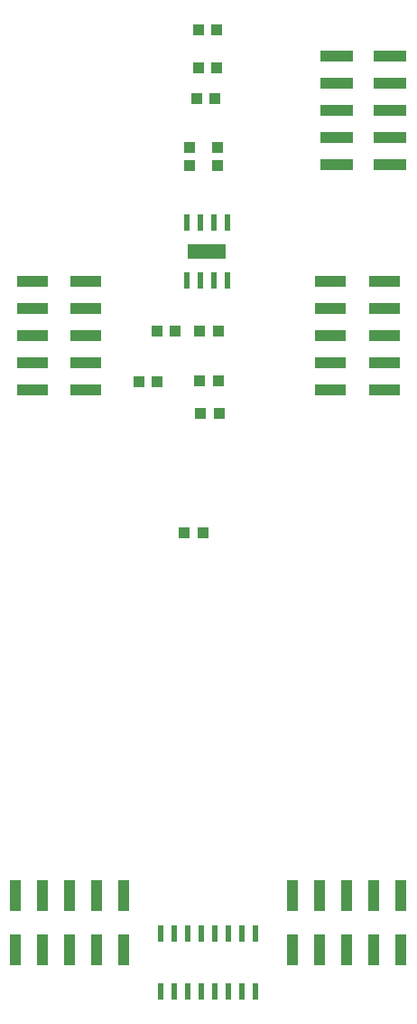
<source format=gbp>
G04 #@! TF.GenerationSoftware,KiCad,Pcbnew,7.0.8*
G04 #@! TF.CreationDate,2024-09-22T18:55:50-04:00*
G04 #@! TF.ProjectId,lichen-four-board,6c696368-656e-42d6-966f-75722d626f61,rev?*
G04 #@! TF.SameCoordinates,Original*
G04 #@! TF.FileFunction,Paste,Bot*
G04 #@! TF.FilePolarity,Positive*
%FSLAX46Y46*%
G04 Gerber Fmt 4.6, Leading zero omitted, Abs format (unit mm)*
G04 Created by KiCad (PCBNEW 7.0.8) date 2024-09-22 18:55:50*
%MOMM*%
%LPD*%
G01*
G04 APERTURE LIST*
%ADD10R,3.000000X1.000000*%
%ADD11R,1.000000X3.000000*%
%ADD12R,1.000000X1.000000*%
%ADD13R,0.600000X1.500000*%
%ADD14R,0.600000X1.550000*%
%ADD15R,3.600000X1.410000*%
%ADD16R,3.150000X1.000000*%
G04 APERTURE END LIST*
D10*
X113810000Y-135800000D03*
X113810000Y-138340000D03*
X113810000Y-140880000D03*
X113810000Y-143420000D03*
X113810000Y-145960000D03*
X118850000Y-145960000D03*
X118850000Y-143420000D03*
X118850000Y-140880000D03*
X118850000Y-138340000D03*
X118850000Y-135800000D03*
D11*
X112220000Y-198370000D03*
X114760000Y-198370000D03*
X117300000Y-198370000D03*
X119840000Y-198370000D03*
X122380000Y-198370000D03*
X122380000Y-193330000D03*
X119840000Y-193330000D03*
X117300000Y-193330000D03*
X114760000Y-193330000D03*
X112220000Y-193330000D03*
X138220000Y-198380000D03*
X140760000Y-198380000D03*
X143300000Y-198380000D03*
X145840000Y-198380000D03*
X148380000Y-198380000D03*
X148380000Y-193340000D03*
X145840000Y-193340000D03*
X143300000Y-193340000D03*
X140760000Y-193340000D03*
X138220000Y-193340000D03*
D10*
X141780000Y-135790000D03*
X141780000Y-138330000D03*
X141780000Y-140870000D03*
X141780000Y-143410000D03*
X141780000Y-145950000D03*
X146820000Y-145950000D03*
X146820000Y-143410000D03*
X146820000Y-140870000D03*
X146820000Y-138330000D03*
X146820000Y-135790000D03*
D12*
X125500000Y-145200000D03*
X123800000Y-145200000D03*
D13*
X125855000Y-196910000D03*
X127125000Y-196910000D03*
X128395000Y-196910000D03*
X129665000Y-196910000D03*
X130935000Y-196910000D03*
X132205000Y-196910000D03*
X133475000Y-196910000D03*
X134745000Y-196910000D03*
X134745000Y-202310000D03*
X133475000Y-202310000D03*
X132205000Y-202310000D03*
X130935000Y-202310000D03*
X129665000Y-202310000D03*
X128395000Y-202310000D03*
X127125000Y-202310000D03*
X125855000Y-202310000D03*
D12*
X128100000Y-159360000D03*
X129800000Y-159360000D03*
X129390000Y-112260000D03*
X131090000Y-112260000D03*
D14*
X132110000Y-135770000D03*
X130840000Y-135770000D03*
X129570000Y-135770000D03*
X128300000Y-135770000D03*
X128300000Y-130370000D03*
X129570000Y-130370000D03*
X130840000Y-130370000D03*
X132110000Y-130370000D03*
D15*
X130205000Y-133070000D03*
D12*
X129620000Y-148200000D03*
X131320000Y-148200000D03*
X127180000Y-140470000D03*
X125480000Y-140470000D03*
X131240000Y-145140000D03*
X129540000Y-145140000D03*
X128550000Y-124990000D03*
X128550000Y-123290000D03*
X131170000Y-123310000D03*
X131170000Y-125010000D03*
D16*
X142340000Y-124900000D03*
X147390000Y-124900000D03*
X142340000Y-122360000D03*
X147390000Y-122360000D03*
X142340000Y-119820000D03*
X147390000Y-119820000D03*
X142340000Y-117280000D03*
X147390000Y-117280000D03*
X142340000Y-114740000D03*
X147390000Y-114740000D03*
D12*
X131240000Y-140480000D03*
X129540000Y-140480000D03*
X131110000Y-115850000D03*
X129410000Y-115850000D03*
X129280000Y-118750000D03*
X130980000Y-118750000D03*
M02*

</source>
